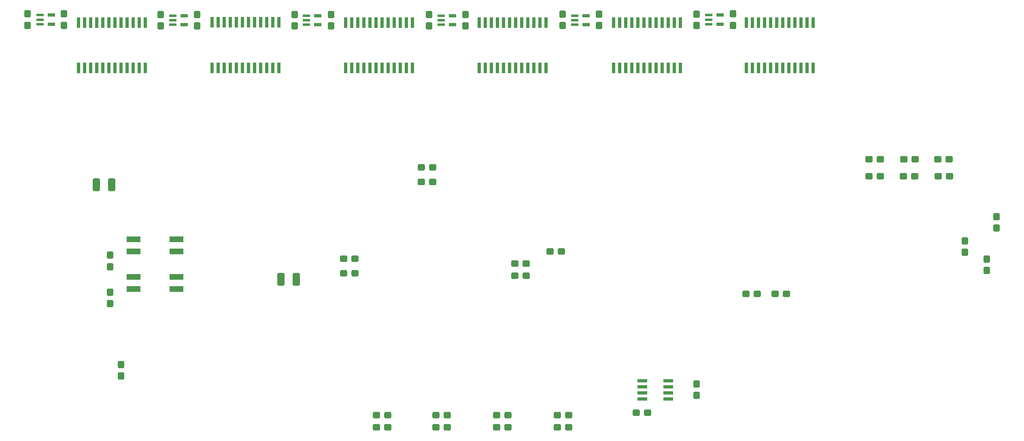
<source format=gbr>
%TF.SameCoordinates,Original*%
%TF.FileFunction,Paste,Top*%
%TF.FilePolarity,Positive*%
%FSLAX46Y46*%
G04 Gerber Fmt 4.6, Leading zero omitted, Abs format (unit mm)*
G04 Created by KiCad (PCBNEW (7.0.0)) date 2023-11-17 04:08:32*
%MOMM*%
%LPD*%
G01*
G04 APERTURE LIST*
G04 Aperture macros list*
%AMRoundRect*
0 Rectangle with rounded corners*
0 $1 Rounding radius*
0 $2 $3 $4 $5 $6 $7 $8 $9 X,Y pos of 4 corners*
0 Add a 4 corners polygon primitive as box body*
4,1,4,$2,$3,$4,$5,$6,$7,$8,$9,$2,$3,0*
0 Add four circle primitives for the rounded corners*
1,1,$1+$1,$2,$3*
1,1,$1+$1,$4,$5*
1,1,$1+$1,$6,$7*
1,1,$1+$1,$8,$9*
0 Add four rect primitives between the rounded corners*
20,1,$1+$1,$2,$3,$4,$5,0*
20,1,$1+$1,$4,$5,$6,$7,0*
20,1,$1+$1,$6,$7,$8,$9,0*
20,1,$1+$1,$8,$9,$2,$3,0*%
G04 Aperture macros list end*
%ADD10RoundRect,0.280800X-0.394200X0.469200X-0.394200X-0.469200X0.394200X-0.469200X0.394200X0.469200X0*%
%ADD11RoundRect,0.287550X-0.387450X0.462450X-0.387450X-0.462450X0.387450X-0.462450X0.387450X0.462450X0*%
%ADD12RoundRect,0.280800X0.469200X0.394200X-0.469200X0.394200X-0.469200X-0.394200X0.469200X-0.394200X0*%
%ADD13RoundRect,0.280800X0.394200X-0.469200X0.394200X0.469200X-0.394200X0.469200X-0.394200X-0.469200X0*%
%ADD14R,3.000000X1.250000*%
%ADD15R,0.700000X2.250000*%
%ADD16RoundRect,0.287550X0.462450X0.387450X-0.462450X0.387450X-0.462450X-0.387450X0.462450X-0.387450X0*%
%ADD17RoundRect,0.280800X-0.469200X-0.394200X0.469200X-0.394200X0.469200X0.394200X-0.469200X0.394200X0*%
%ADD18R,1.500000X0.600000*%
%ADD19R,1.500000X0.750000*%
%ADD20RoundRect,0.288462X-0.461538X-1.036538X0.461538X-1.036538X0.461538X1.036538X-0.461538X1.036538X0*%
%ADD21RoundRect,0.287550X-0.462450X-0.387450X0.462450X-0.387450X0.462450X0.387450X-0.462450X0.387450X0*%
%ADD22R,2.000000X0.700000*%
G04 APERTURE END LIST*
D10*
%TO.C,R1*%
X185420000Y-130626000D03*
X185420000Y-133026000D03*
%TD*%
D11*
%TO.C,C2*%
X53086000Y-53122000D03*
X53086000Y-55522000D03*
%TD*%
D12*
%TO.C,R25*%
X231140000Y-83566000D03*
X228740000Y-83566000D03*
%TD*%
D13*
%TO.C,R7*%
X62738000Y-106051200D03*
X62738000Y-103651200D03*
%TD*%
D11*
%TO.C,C7*%
X101294500Y-53254000D03*
X101294500Y-55654000D03*
%TD*%
D14*
%TO.C,SW1*%
X76635999Y-102869999D03*
X76635999Y-100329999D03*
X67635999Y-100329999D03*
X67635999Y-102869999D03*
%TD*%
D11*
%TO.C,C3*%
X65024000Y-126562000D03*
X65024000Y-128962000D03*
%TD*%
D15*
%TO.C,U1*%
X56133999Y-64414399D03*
X57403999Y-64414399D03*
X58673999Y-64414399D03*
X59943999Y-64414399D03*
X61213999Y-64414399D03*
X62483999Y-64414399D03*
X63753999Y-64414399D03*
X65023999Y-64414399D03*
X66293999Y-64414399D03*
X67563999Y-64414399D03*
X68833999Y-64414399D03*
X70103999Y-64414399D03*
X70103999Y-54914399D03*
X68833999Y-54914399D03*
X67563999Y-54914399D03*
X66293999Y-54914399D03*
X65023999Y-54914399D03*
X63753999Y-54914399D03*
X62483999Y-54914399D03*
X61213999Y-54914399D03*
X59943999Y-54914399D03*
X58673999Y-54914399D03*
X57403999Y-54914399D03*
X56133999Y-54914399D03*
%TD*%
D10*
%TO.C,R9*%
X241554000Y-100648000D03*
X241554000Y-103048000D03*
%TD*%
D16*
%TO.C,D2*%
X133280000Y-137160000D03*
X130880000Y-137160000D03*
%TD*%
D15*
%TO.C,U5*%
X168020999Y-64439999D03*
X169290999Y-64439999D03*
X170560999Y-64439999D03*
X171830999Y-64439999D03*
X173100999Y-64439999D03*
X174370999Y-64439999D03*
X175640999Y-64439999D03*
X176910999Y-64439999D03*
X178180999Y-64439999D03*
X179450999Y-64439999D03*
X180720999Y-64439999D03*
X181990999Y-64439999D03*
X181990999Y-54939999D03*
X180720999Y-54939999D03*
X179450999Y-54939999D03*
X178180999Y-54939999D03*
X176910999Y-54939999D03*
X175640999Y-54939999D03*
X174370999Y-54939999D03*
X173100999Y-54939999D03*
X171830999Y-54939999D03*
X170560999Y-54939999D03*
X169290999Y-54939999D03*
X168020999Y-54939999D03*
%TD*%
D17*
%TO.C,R12*%
X147390000Y-105410000D03*
X149790000Y-105410000D03*
%TD*%
D11*
%TO.C,C12*%
X165037500Y-53156000D03*
X165037500Y-55556000D03*
%TD*%
%TO.C,C8*%
X108914500Y-53254000D03*
X108914500Y-55654000D03*
%TD*%
D15*
%TO.C,U4*%
X139953999Y-64414399D03*
X141223999Y-64414399D03*
X142493999Y-64414399D03*
X143763999Y-64414399D03*
X145033999Y-64414399D03*
X146303999Y-64414399D03*
X147573999Y-64414399D03*
X148843999Y-64414399D03*
X150113999Y-64414399D03*
X151383999Y-64414399D03*
X152653999Y-64414399D03*
X153923999Y-64414399D03*
X153923999Y-54914399D03*
X152653999Y-54914399D03*
X151383999Y-54914399D03*
X150113999Y-54914399D03*
X148843999Y-54914399D03*
X147573999Y-54914399D03*
X146303999Y-54914399D03*
X145033999Y-54914399D03*
X143763999Y-54914399D03*
X142493999Y-54914399D03*
X141223999Y-54914399D03*
X139953999Y-54914399D03*
%TD*%
D18*
%TO.C,U18*%
X159905999Y-53471999D03*
X159905999Y-54421999D03*
X159905999Y-55371999D03*
D19*
X162305999Y-55371999D03*
X162305999Y-53471999D03*
%TD*%
D11*
%TO.C,C11*%
X157417500Y-53156000D03*
X157417500Y-55556000D03*
%TD*%
D12*
%TO.C,R22*%
X223844000Y-87122000D03*
X221444000Y-87122000D03*
%TD*%
D10*
%TO.C,R10*%
X246126000Y-104480000D03*
X246126000Y-106880000D03*
%TD*%
D20*
%TO.C,F2*%
X98476000Y-108712000D03*
X101676000Y-108712000D03*
%TD*%
D11*
%TO.C,C6*%
X80963500Y-53222000D03*
X80963500Y-55622000D03*
%TD*%
D16*
%TO.C,D3*%
X145980000Y-137160000D03*
X143580000Y-137160000D03*
%TD*%
D15*
%TO.C,U3*%
X112013999Y-64414399D03*
X113283999Y-64414399D03*
X114553999Y-64414399D03*
X115823999Y-64414399D03*
X117093999Y-64414399D03*
X118363999Y-64414399D03*
X119633999Y-64414399D03*
X120903999Y-64414399D03*
X122173999Y-64414399D03*
X123443999Y-64414399D03*
X124713999Y-64414399D03*
X125983999Y-64414399D03*
X125983999Y-54914399D03*
X124713999Y-54914399D03*
X123443999Y-54914399D03*
X122173999Y-54914399D03*
X120903999Y-54914399D03*
X119633999Y-54914399D03*
X118363999Y-54914399D03*
X117093999Y-54914399D03*
X115823999Y-54914399D03*
X114553999Y-54914399D03*
X113283999Y-54914399D03*
X112013999Y-54914399D03*
%TD*%
D16*
%TO.C,D6*%
X130232000Y-85217000D03*
X127832000Y-85217000D03*
%TD*%
D12*
%TO.C,R26*%
X231070000Y-87122000D03*
X228670000Y-87122000D03*
%TD*%
D21*
%TO.C,D7*%
X111576000Y-107442000D03*
X113976000Y-107442000D03*
%TD*%
D17*
%TO.C,R6*%
X201816000Y-111760000D03*
X204216000Y-111760000D03*
%TD*%
%TO.C,R16*%
X111576000Y-104394000D03*
X113976000Y-104394000D03*
%TD*%
D12*
%TO.C,R3*%
X133280000Y-139700000D03*
X130880000Y-139700000D03*
%TD*%
D16*
%TO.C,D4*%
X158680000Y-137160000D03*
X156280000Y-137160000D03*
%TD*%
D13*
%TO.C,R11*%
X248158000Y-97974000D03*
X248158000Y-95574000D03*
%TD*%
D16*
%TO.C,D5*%
X198120000Y-111760000D03*
X195720000Y-111760000D03*
%TD*%
D18*
%TO.C,U19*%
X187908499Y-53371999D03*
X187908499Y-54321999D03*
X187908499Y-55271999D03*
D19*
X190308499Y-55271999D03*
X190308499Y-53371999D03*
%TD*%
D11*
%TO.C,C14*%
X193040000Y-53122000D03*
X193040000Y-55522000D03*
%TD*%
D17*
%TO.C,R13*%
X147390000Y-107950000D03*
X149790000Y-107950000D03*
%TD*%
D11*
%TO.C,C9*%
X129477500Y-53222000D03*
X129477500Y-55622000D03*
%TD*%
D18*
%TO.C,U11*%
X48075999Y-53371999D03*
X48075999Y-54321999D03*
X48075999Y-55271999D03*
D19*
X50475999Y-55271999D03*
X50475999Y-53371999D03*
%TD*%
D20*
%TO.C,F1*%
X59868000Y-88900000D03*
X63068000Y-88900000D03*
%TD*%
D12*
%TO.C,R15*%
X130232000Y-88265000D03*
X127832000Y-88265000D03*
%TD*%
%TO.C,R28*%
X238252000Y-83566000D03*
X235852000Y-83566000D03*
%TD*%
D14*
%TO.C,SW2*%
X76635999Y-110743999D03*
X76635999Y-108203999D03*
X67635999Y-108203999D03*
X67635999Y-110743999D03*
%TD*%
D11*
%TO.C,C5*%
X73343500Y-53222000D03*
X73343500Y-55622000D03*
%TD*%
D17*
%TO.C,R14*%
X154756000Y-102870000D03*
X157156000Y-102870000D03*
%TD*%
D12*
%TO.C,R29*%
X238322000Y-87122000D03*
X235922000Y-87122000D03*
%TD*%
D11*
%TO.C,C10*%
X137097500Y-53222000D03*
X137097500Y-55622000D03*
%TD*%
D15*
%TO.C,U6*%
X195833999Y-64439799D03*
X197103999Y-64439799D03*
X198373999Y-64439799D03*
X199643999Y-64439799D03*
X200913999Y-64439799D03*
X202183999Y-64439799D03*
X203453999Y-64439799D03*
X204723999Y-64439799D03*
X205993999Y-64439799D03*
X207263999Y-64439799D03*
X208533999Y-64439799D03*
X209803999Y-64439799D03*
X209803999Y-54939799D03*
X208533999Y-54939799D03*
X207263999Y-54939799D03*
X205993999Y-54939799D03*
X204723999Y-54939799D03*
X203453999Y-54939799D03*
X202183999Y-54939799D03*
X200913999Y-54939799D03*
X199643999Y-54939799D03*
X198373999Y-54939799D03*
X197103999Y-54939799D03*
X195833999Y-54939799D03*
%TD*%
D12*
%TO.C,R4*%
X145980000Y-139700000D03*
X143580000Y-139700000D03*
%TD*%
D16*
%TO.C,C4*%
X175190000Y-136652000D03*
X172790000Y-136652000D03*
%TD*%
%TO.C,D1*%
X120834000Y-137160000D03*
X118434000Y-137160000D03*
%TD*%
D12*
%TO.C,R23*%
X223844000Y-83566000D03*
X221444000Y-83566000D03*
%TD*%
D18*
%TO.C,U16*%
X103771999Y-53471999D03*
X103771999Y-54421999D03*
X103771999Y-55371999D03*
D19*
X106171999Y-55371999D03*
X106171999Y-53471999D03*
%TD*%
D12*
%TO.C,R2*%
X120834000Y-139700000D03*
X118434000Y-139700000D03*
%TD*%
D18*
%TO.C,U17*%
X131965999Y-53471999D03*
X131965999Y-54421999D03*
X131965999Y-55371999D03*
D19*
X134365999Y-55371999D03*
X134365999Y-53471999D03*
%TD*%
D12*
%TO.C,R5*%
X158680000Y-139700000D03*
X156280000Y-139700000D03*
%TD*%
D18*
%TO.C,U15*%
X75831999Y-53471999D03*
X75831999Y-54421999D03*
X75831999Y-55371999D03*
D19*
X78231999Y-55371999D03*
X78231999Y-53471999D03*
%TD*%
D22*
%TO.C,U8*%
X174083999Y-129920999D03*
X174083999Y-131190999D03*
X174083999Y-132460999D03*
X174083999Y-133730999D03*
X179483999Y-133730999D03*
X179483999Y-132460999D03*
X179483999Y-131190999D03*
X179483999Y-129920999D03*
%TD*%
D10*
%TO.C,R8*%
X62738000Y-111379000D03*
X62738000Y-113779000D03*
%TD*%
D11*
%TO.C,C1*%
X45466000Y-53122000D03*
X45466000Y-55522000D03*
%TD*%
%TO.C,C13*%
X185420000Y-53156000D03*
X185420000Y-55556000D03*
%TD*%
D15*
%TO.C,U2*%
X84073999Y-64388999D03*
X85343999Y-64388999D03*
X86613999Y-64388999D03*
X87883999Y-64388999D03*
X89153999Y-64388999D03*
X90423999Y-64388999D03*
X91693999Y-64388999D03*
X92963999Y-64388999D03*
X94233999Y-64388999D03*
X95503999Y-64388999D03*
X96773999Y-64388999D03*
X98043999Y-64388999D03*
X98043999Y-54888999D03*
X96773999Y-54888999D03*
X95503999Y-54888999D03*
X94233999Y-54888999D03*
X92963999Y-54888999D03*
X91693999Y-54888999D03*
X90423999Y-54888999D03*
X89153999Y-54888999D03*
X87883999Y-54888999D03*
X86613999Y-54888999D03*
X85343999Y-54888999D03*
X84073999Y-54888999D03*
%TD*%
M02*

</source>
